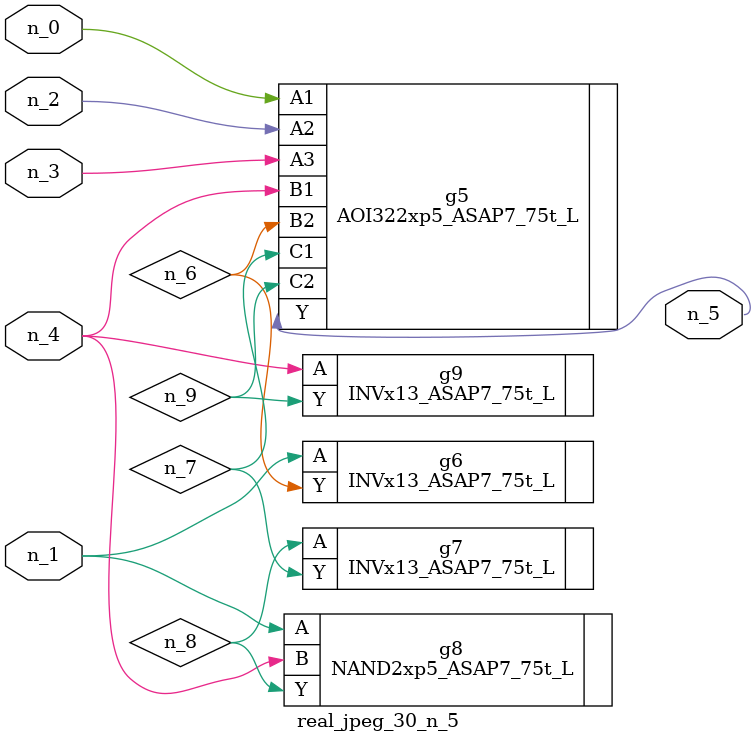
<source format=v>
module real_jpeg_30_n_5 (n_4, n_0, n_1, n_2, n_3, n_5);

input n_4;
input n_0;
input n_1;
input n_2;
input n_3;

output n_5;

wire n_8;
wire n_6;
wire n_7;
wire n_9;

AOI322xp5_ASAP7_75t_L g5 ( 
.A1(n_0),
.A2(n_2),
.A3(n_3),
.B1(n_4),
.B2(n_6),
.C1(n_7),
.C2(n_9),
.Y(n_5)
);

INVx13_ASAP7_75t_L g6 ( 
.A(n_1),
.Y(n_6)
);

NAND2xp5_ASAP7_75t_L g8 ( 
.A(n_1),
.B(n_4),
.Y(n_8)
);

INVx13_ASAP7_75t_L g9 ( 
.A(n_4),
.Y(n_9)
);

INVx13_ASAP7_75t_L g7 ( 
.A(n_8),
.Y(n_7)
);


endmodule
</source>
